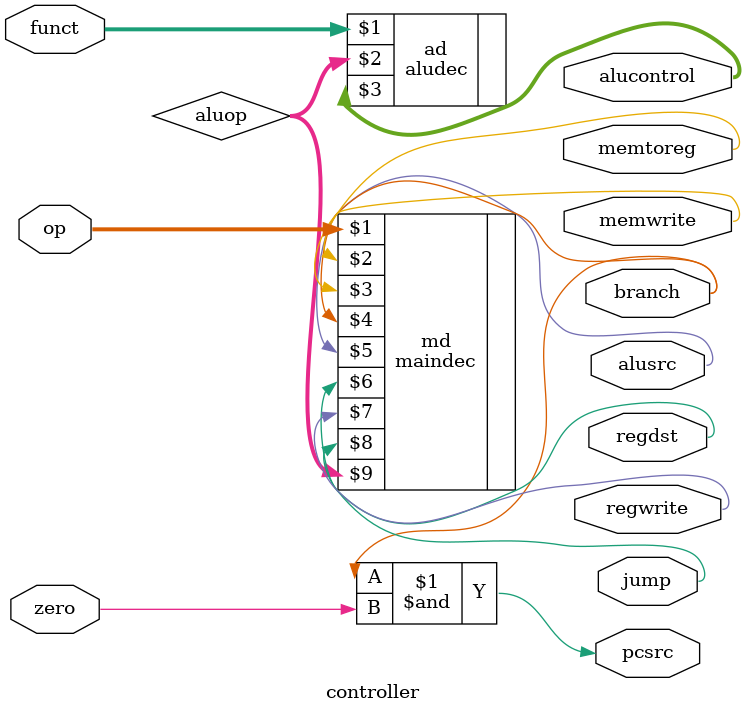
<source format=v>
`timescale 1ns / 1ps

module controller(
    input wire[5:0] op,
    input wire[5:0] funct,
    input wire zero,
    output wire memtoreg,memwrite,
    output wire pcsrc,alusrc,
    output wire regdst,regwrite,
    output wire jump,branch,
    output wire[2:0] alucontrol
    );
    wire [1:0] aluop;
    
    maindec md(op,memtoreg,memwrite,branch,alusrc,regdst,regwrite,jump,aluop);
    aludec ad(funct,aluop,alucontrol);
    
    assign pcsrc = branch & zero;
endmodule

</source>
